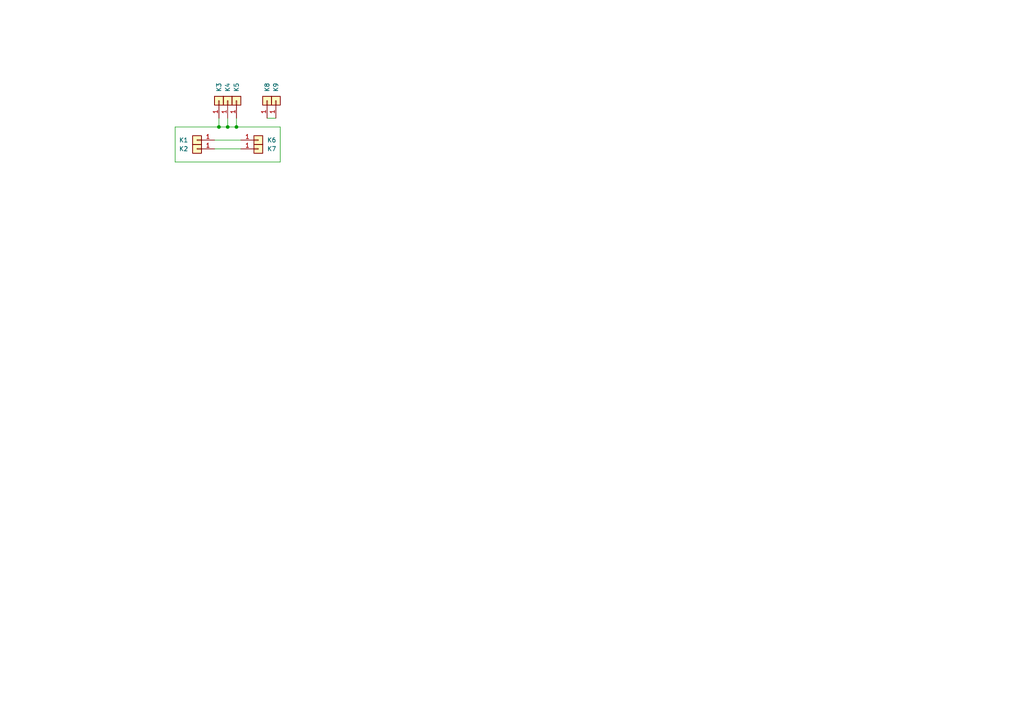
<source format=kicad_sch>
(kicad_sch (version 20211123) (generator eeschema)
  (paper "A4")
  (lib_symbols
    (symbol "Connector_Generic:Conn_01x01" (pin_names (offset 1.016) hide)
      (property "Reference" "J" (at 0 2.54 0))
      (property "Value" "Conn_01x01" (at 0 -2.54 0))
      (symbol "Conn_01x01_1_1"
        (rectangle (start -1.27 0.127) (end 0 -0.127) (stroke (width 0.1524)))
        (rectangle (start -1.27 1.27) (end 1.27 -1.27) (stroke (width 0.254)) (fill (type background)))
        (pin passive line (at -5.08 0 0) (length 3.81) (name "Pin_1") (number "1"))
      )
    )
  )
  (junction (at 63.5 36.83))
  (junction (at 68.58 36.83))
  (junction (at 66.04 36.83))
  (wire (pts (xy 81.28 46.99) (xy 50.8 46.99)))
  (wire (pts (xy 81.28 36.83) (xy 81.28 46.99)))
  (wire (pts (xy 62.23 40.64) (xy 69.85 40.64)))
  (wire (pts (xy 50.8 46.99) (xy 50.8 36.83)))
  (wire (pts (xy 66.04 34.29) (xy 66.04 36.83)))
  (wire (pts (xy 77.47 34.29) (xy 80.01 34.29)))
  (wire (pts (xy 63.5 34.29) (xy 63.5 36.83)))
  (wire (pts (xy 63.5 36.83) (xy 66.04 36.83)))
  (wire (pts (xy 68.58 34.29) (xy 68.58 36.83)))
  (wire (pts (xy 68.58 36.83) (xy 81.28 36.83)))
  (wire (pts (xy 50.8 36.83) (xy 63.5 36.83)))
  (wire (pts (xy 62.23 43.18) (xy 69.85 43.18)))
  (wire (pts (xy 66.04 36.83) (xy 68.58 36.83)))
  (symbol (lib_id "Connector_Generic:Conn_01x01") (at 57.15 40.64 180) (unit 1)
    (property "Reference" "K1" (at 54.61 40.64 0) (effects (justify left)))
    (property "Value" "capPad" (effects hide))
    (property "Footprint" "Bergi:dummyPad" (effects hide))
  )
  (symbol (lib_id "Connector_Generic:Conn_01x01") (at 63.5 29.21 90) (unit 1)
    (property "Reference" "K3" (at 63.5 26.67 0) (effects (justify left)))
    (property "Value" "capPad" (effects hide))
    (property "Footprint" "Bergi:dummyPad" (effects hide))
  )
  (symbol (lib_id "Connector_Generic:Conn_01x01") (at 74.93 43.18 0) (unit 1)
    (property "Reference" "K7" (at 77.47 43.18 0) (effects (justify left)))
    (property "Value" "capPad" (effects hide))
    (property "Footprint" "Bergi:dummyPad" (effects hide))
  )
  (symbol (lib_id "Connector_Generic:Conn_01x01") (at 68.58 29.21 90) (unit 1)
    (property "Reference" "K5" (at 68.58 26.67 0) (effects (justify left)))
    (property "Value" "capPad" (effects hide))
    (property "Footprint" "Bergi:dummyPad" (effects hide))
  )
  (symbol (lib_id "Connector_Generic:Conn_01x01") (at 57.15 43.18 180) (unit 1)
    (property "Reference" "K2" (at 54.61 43.18 0) (effects (justify left)))
    (property "Value" "capPad" (effects hide))
    (property "Footprint" "Bergi:dummyPad" (effects hide))
  )
  (symbol (lib_id "Connector_Generic:Conn_01x01") (at 77.47 29.21 90) (unit 1)
    (property "Reference" "K8" (at 77.47 26.67 0) (effects (justify left)))
    (property "Value" "capPad" (effects hide))
    (property "Footprint" "Bergi:dummyPad" (effects hide))
  )
  (symbol (lib_id "Connector_Generic:Conn_01x01") (at 80.01 29.21 90) (unit 1)
    (property "Reference" "K9" (at 80.01 26.67 0) (effects (justify left)))
    (property "Value" "capPad" (effects hide))
    (property "Footprint" "Bergi:dummyPad" (effects hide))
  )
  (symbol (lib_id "Connector_Generic:Conn_01x01") (at 66.04 29.21 90) (unit 1)
    (property "Reference" "K4" (at 66.04 26.67 0) (effects (justify left)))
    (property "Value" "capPad" (effects hide))
    (property "Footprint" "Bergi:dummyPad" (effects hide))
  )
  (symbol (lib_id "Connector_Generic:Conn_01x01") (at 74.93 40.64 0) (unit 1)
    (property "Reference" "K6" (at 77.47 40.64 0) (effects (justify left)))
    (property "Value" "capPad" (effects hide))
    (property "Footprint" "Bergi:dummyPad" (effects hide))
  )
)
</source>
